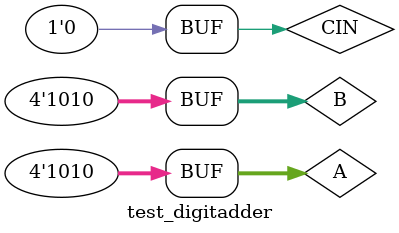
<source format=v>
`timescale 1ns / 1ps


module test_digitadder();
reg [3:0]A,B;
reg CIN;
wire [3:0]S;
wire COUT;
digitadder U0 (.a(A),.b(B),.cin(CIN),.s(S),.cout(COUT));

initial
begin
    CIN = 1'b0;
    repeat(2) begin
        A = 4'b0;
        repeat(10)  begin
            B = 4'b0;
            repeat(10)  begin
                #5 B = B + 1'b1;
            end
        A = A + 1'b1;
        end
    CIN = CIN + 1'b1;
    end
end
    
endmodule

</source>
